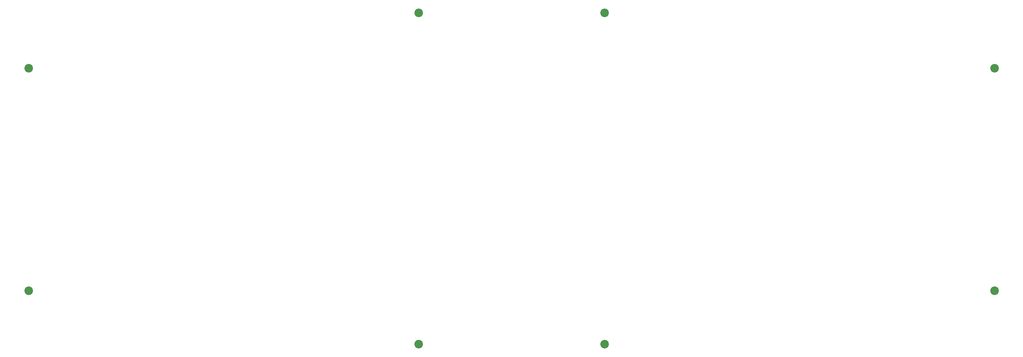
<source format=gbr>
G04 #@! TF.GenerationSoftware,KiCad,Pcbnew,6.0.1-79c1e3a40b~116~ubuntu21.10.1*
G04 #@! TF.CreationDate,2022-02-01T10:26:28+01:00*
G04 #@! TF.ProjectId,lumberjack-bottom,6c756d62-6572-46a6-9163-6b2d626f7474,1.5*
G04 #@! TF.SameCoordinates,Original*
G04 #@! TF.FileFunction,Soldermask,Top*
G04 #@! TF.FilePolarity,Negative*
%FSLAX46Y46*%
G04 Gerber Fmt 4.6, Leading zero omitted, Abs format (unit mm)*
G04 Created by KiCad (PCBNEW 6.0.1-79c1e3a40b~116~ubuntu21.10.1) date 2022-02-01 10:26:28*
%MOMM*%
%LPD*%
G01*
G04 APERTURE LIST*
%ADD10C,2.200000*%
G04 APERTURE END LIST*
D10*
X128587608Y-59531300D03*
X176212648Y-59531300D03*
X128587608Y-144661059D03*
X176212648Y-144661059D03*
X276225224Y-73818804D03*
X28574968Y-73818750D03*
X28575016Y-130968852D03*
X276225224Y-130968852D03*
M02*

</source>
